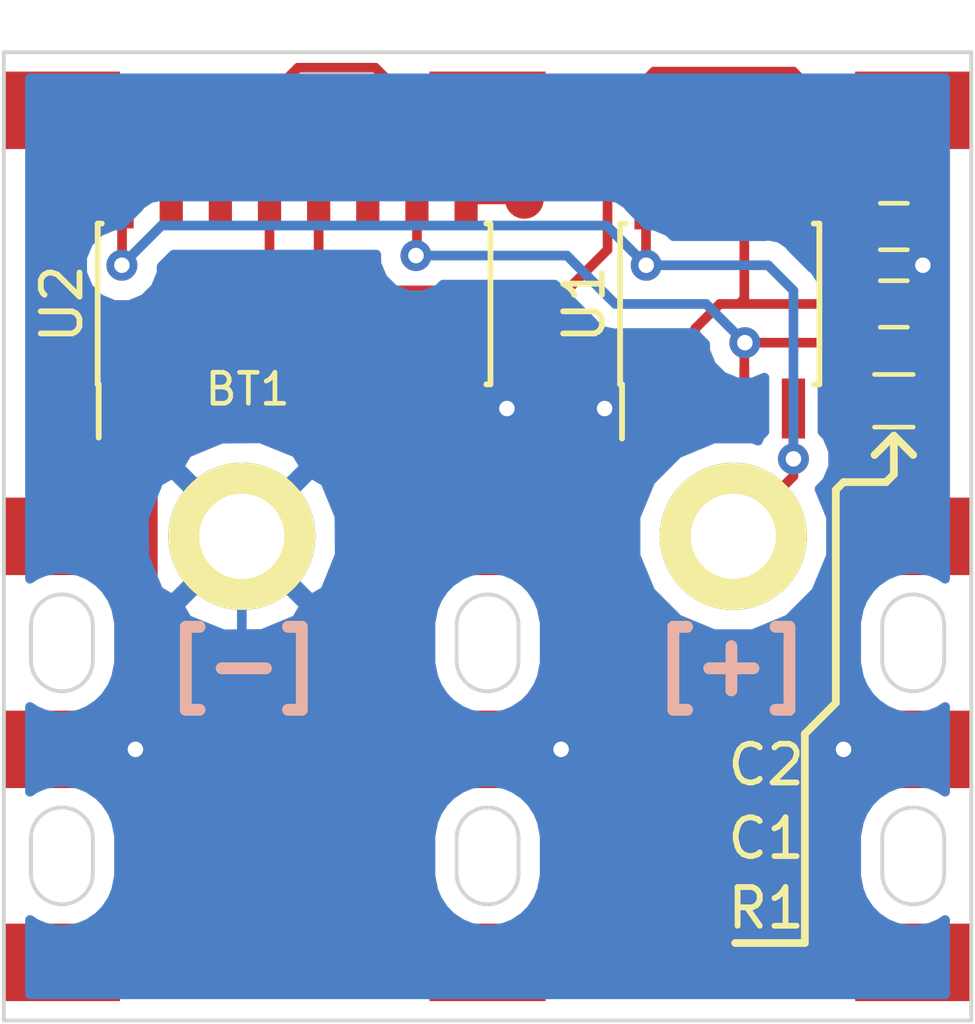
<source format=kicad_pcb>
(kicad_pcb (version 20171130) (host pcbnew 5.0.0-fee4fd1~66~ubuntu16.04.1)

  (general
    (thickness 1.6)
    (drawings 42)
    (tracks 135)
    (zones 0)
    (modules 23)
    (nets 20)
  )

  (page A4)
  (layers
    (0 F.Cu signal)
    (31 B.Cu signal)
    (32 B.Adhes user)
    (33 F.Adhes user)
    (34 B.Paste user)
    (35 F.Paste user)
    (36 B.SilkS user)
    (37 F.SilkS user)
    (38 B.Mask user)
    (39 F.Mask user)
    (40 Dwgs.User user)
    (41 Cmts.User user)
    (42 Eco1.User user)
    (43 Eco2.User user)
    (44 Edge.Cuts user)
    (45 Margin user)
    (46 B.CrtYd user)
    (47 F.CrtYd user)
    (48 B.Fab user hide)
    (49 F.Fab user hide)
  )

  (setup
    (last_trace_width 0.25)
    (trace_clearance 0.2)
    (zone_clearance 0.508)
    (zone_45_only yes)
    (trace_min 0.2)
    (segment_width 0.2)
    (edge_width 0.1)
    (via_size 0.8)
    (via_drill 0.4)
    (via_min_size 0.4)
    (via_min_drill 0.3)
    (uvia_size 0.3)
    (uvia_drill 0.1)
    (uvias_allowed no)
    (uvia_min_size 0.2)
    (uvia_min_drill 0.1)
    (pcb_text_width 0.3)
    (pcb_text_size 1.5 1.5)
    (mod_edge_width 0.15)
    (mod_text_size 1 1)
    (mod_text_width 0.15)
    (pad_size 1.524 1.524)
    (pad_drill 0.762)
    (pad_to_mask_clearance 0.2)
    (aux_axis_origin 0 0)
    (visible_elements FFFFFF7F)
    (pcbplotparams
      (layerselection 0x010f0_ffffffff)
      (usegerberextensions false)
      (usegerberattributes false)
      (usegerberadvancedattributes false)
      (creategerberjobfile false)
      (excludeedgelayer true)
      (linewidth 0.500000)
      (plotframeref false)
      (viasonmask false)
      (mode 1)
      (useauxorigin false)
      (hpglpennumber 1)
      (hpglpenspeed 20)
      (hpglpendiameter 15.000000)
      (psnegative false)
      (psa4output false)
      (plotreference true)
      (plotvalue true)
      (plotinvisibletext false)
      (padsonsilk false)
      (subtractmaskfromsilk false)
      (outputformat 1)
      (mirror false)
      (drillshape 0)
      (scaleselection 1)
      (outputdirectory "gerber/"))
  )

  (net 0 "")
  (net 1 "Net-(J1-Pad1)")
  (net 2 /9V)
  (net 3 /GND)
  (net 4 /TR)
  (net 5 /CV)
  (net 6 /Q0)
  (net 7 /Q3)
  (net 8 /RST)
  (net 9 /Q4)
  (net 10 /Q5)
  (net 11 /Q6)
  (net 12 /Q7)
  (net 13 /Q8)
  (net 14 /Q9)
  (net 15 /Q10)
  (net 16 /Q11)
  (net 17 /Q12)
  (net 18 /Q13)
  (net 19 /OUT)

  (net_class Default "This is the default net class."
    (clearance 0.2)
    (trace_width 0.25)
    (via_dia 0.8)
    (via_drill 0.4)
    (uvia_dia 0.3)
    (uvia_drill 0.1)
    (add_net /9V)
    (add_net /CV)
    (add_net /GND)
    (add_net /OUT)
    (add_net /Q0)
    (add_net /Q10)
    (add_net /Q11)
    (add_net /Q12)
    (add_net /Q13)
    (add_net /Q3)
    (add_net /Q4)
    (add_net /Q5)
    (add_net /Q6)
    (add_net /Q7)
    (add_net /Q8)
    (add_net /Q9)
    (add_net /RST)
    (add_net /TR)
    (add_net "Net-(J1-Pad1)")
  )

  (module 1sqinch555_fp:9V_clip_968 (layer F.Cu) (tedit 5B70468C) (tstamp 5B7A1A0E)
    (at 50 50)
    (path /5B6F3373)
    (fp_text reference BT1 (at -6.2 -3.8) (layer F.SilkS)
      (effects (font (size 0.8 0.8) (thickness 0.12)))
    )
    (fp_text value 9V (at -6.4 -2.6) (layer F.Fab)
      (effects (font (size 0.8 0.8) (thickness 0.12)))
    )
    (fp_circle (center -6.35 0) (end -8.255 0) (layer F.CrtYd) (width 0.1))
    (fp_circle (center 6.35 0) (end 4.445 0) (layer F.CrtYd) (width 0.1))
    (fp_text user [+] (at 3.3 0) (layer F.Fab)
      (effects (font (size 1 1) (thickness 0.1)))
    )
    (fp_text user [-] (at -3.3 0) (layer F.Fab)
      (effects (font (size 1 1) (thickness 0.1)))
    )
    (pad 2 thru_hole circle (at -6.35 0) (size 3.8 3.8) (drill 2.2) (layers *.Cu *.Mask F.SilkS)
      (net 3 /GND))
    (pad 1 thru_hole circle (at 6.35 0) (size 3.8 3.8) (drill 2.2) (layers *.Cu *.Mask F.SilkS)
      (net 2 /9V))
    (model ${KIPRJMOD}/3d_modules/batt_9V_cp.wrl
      (at (xyz 0 0 0))
      (scale (xyz 1 1 1))
      (rotate (xyz 0 0 90))
    )
  )

  (module 1sqinch555_fp:C_0603 (layer F.Cu) (tedit 5B7031C9) (tstamp 5B9A7845)
    (at 60.5 44)
    (descr "Capacitor SMD 0603, reflow soldering, AVX (see smccp.pdf)")
    (tags "capacitor 0603")
    (path /5B6F30FA)
    (attr smd)
    (fp_text reference C1 (at -3.3 13.8) (layer F.SilkS)
      (effects (font (size 1 1) (thickness 0.15)))
    )
    (fp_text value 10uF (at 0 1.5) (layer F.Fab)
      (effects (font (size 1 1) (thickness 0.15)))
    )
    (fp_line (start 1.4 0.65) (end -1.4 0.65) (layer F.CrtYd) (width 0.05))
    (fp_line (start 1.4 0.65) (end 1.4 -0.65) (layer F.CrtYd) (width 0.05))
    (fp_line (start -1.4 -0.65) (end -1.4 0.65) (layer F.CrtYd) (width 0.05))
    (fp_line (start -1.4 -0.65) (end 1.4 -0.65) (layer F.CrtYd) (width 0.05))
    (fp_line (start 0.35 0.6) (end -0.35 0.6) (layer F.SilkS) (width 0.12))
    (fp_line (start -0.35 -0.6) (end 0.35 -0.6) (layer F.SilkS) (width 0.12))
    (fp_line (start -0.8 -0.4) (end 0.8 -0.4) (layer F.Fab) (width 0.1))
    (fp_line (start 0.8 -0.4) (end 0.8 0.4) (layer F.Fab) (width 0.1))
    (fp_line (start 0.8 0.4) (end -0.8 0.4) (layer F.Fab) (width 0.1))
    (fp_line (start -0.8 0.4) (end -0.8 -0.4) (layer F.Fab) (width 0.1))
    (fp_text user %R (at 0 0) (layer F.Fab)
      (effects (font (size 0.3 0.3) (thickness 0.075)))
    )
    (pad 2 smd rect (at 0.75 0) (size 0.8 0.75) (layers F.Cu F.Paste F.Mask)
      (net 3 /GND))
    (pad 1 smd rect (at -0.75 0) (size 0.8 0.75) (layers F.Cu F.Paste F.Mask)
      (net 4 /TR))
    (model ${KIPRJMOD}/3d_modules/C_0603_1608Metric.wrl
      (at (xyz 0 0 0))
      (scale (xyz 1 1 1))
      (rotate (xyz 0 0 0))
    )
  )

  (module 1sqinch555_fp:C_0603 (layer F.Cu) (tedit 5B7031C9) (tstamp 5B7A1A2B)
    (at 60.5 42)
    (descr "Capacitor SMD 0603, reflow soldering, AVX (see smccp.pdf)")
    (tags "capacitor 0603")
    (path /5B6F30A4)
    (attr smd)
    (fp_text reference C2 (at -3.3 13.9) (layer F.SilkS)
      (effects (font (size 1 1) (thickness 0.15)))
    )
    (fp_text value 10nF (at 0 1.5) (layer F.Fab)
      (effects (font (size 1 1) (thickness 0.15)))
    )
    (fp_line (start 1.4 0.65) (end -1.4 0.65) (layer F.CrtYd) (width 0.05))
    (fp_line (start 1.4 0.65) (end 1.4 -0.65) (layer F.CrtYd) (width 0.05))
    (fp_line (start -1.4 -0.65) (end -1.4 0.65) (layer F.CrtYd) (width 0.05))
    (fp_line (start -1.4 -0.65) (end 1.4 -0.65) (layer F.CrtYd) (width 0.05))
    (fp_line (start 0.35 0.6) (end -0.35 0.6) (layer F.SilkS) (width 0.12))
    (fp_line (start -0.35 -0.6) (end 0.35 -0.6) (layer F.SilkS) (width 0.12))
    (fp_line (start -0.8 -0.4) (end 0.8 -0.4) (layer F.Fab) (width 0.1))
    (fp_line (start 0.8 -0.4) (end 0.8 0.4) (layer F.Fab) (width 0.1))
    (fp_line (start 0.8 0.4) (end -0.8 0.4) (layer F.Fab) (width 0.1))
    (fp_line (start -0.8 0.4) (end -0.8 -0.4) (layer F.Fab) (width 0.1))
    (fp_text user %R (at 0 0) (layer F.Fab)
      (effects (font (size 0.3 0.3) (thickness 0.075)))
    )
    (pad 2 smd rect (at 0.75 0) (size 0.8 0.75) (layers F.Cu F.Paste F.Mask)
      (net 3 /GND))
    (pad 1 smd rect (at -0.75 0) (size 0.8 0.75) (layers F.Cu F.Paste F.Mask)
      (net 5 /CV))
    (model ${KIPRJMOD}/3d_modules/C_0603_1608Metric.wrl
      (at (xyz 0 0 0))
      (scale (xyz 1 1 1))
      (rotate (xyz 0 0 0))
    )
  )

  (module 1sqinch555_fp:R_0603 (layer F.Cu) (tedit 5B703261) (tstamp 5B7A1D72)
    (at 60.5 46.5)
    (descr "Resistor SMD 0603, reflow soldering, Vishay (see dcrcw.pdf)")
    (tags "resistor 0603")
    (path /5B6F31A5)
    (attr smd)
    (fp_text reference R1 (at -3.3 13.1) (layer F.SilkS)
      (effects (font (size 1 1) (thickness 0.15)))
    )
    (fp_text value 33k (at 0 1.5) (layer F.Fab)
      (effects (font (size 1 1) (thickness 0.15)))
    )
    (fp_text user %R (at 0 -0.6) (layer F.Fab)
      (effects (font (size 0.4 0.4) (thickness 0.075)))
    )
    (fp_line (start -0.8 0.4) (end -0.8 -0.4) (layer F.Fab) (width 0.1))
    (fp_line (start 0.8 0.4) (end -0.8 0.4) (layer F.Fab) (width 0.1))
    (fp_line (start 0.8 -0.4) (end 0.8 0.4) (layer F.Fab) (width 0.1))
    (fp_line (start -0.8 -0.4) (end 0.8 -0.4) (layer F.Fab) (width 0.1))
    (fp_line (start 0.5 0.68) (end -0.5 0.68) (layer F.SilkS) (width 0.12))
    (fp_line (start -0.5 -0.68) (end 0.5 -0.68) (layer F.SilkS) (width 0.12))
    (fp_line (start -1.25 -0.7) (end 1.25 -0.7) (layer F.CrtYd) (width 0.05))
    (fp_line (start -1.25 -0.7) (end -1.25 0.7) (layer F.CrtYd) (width 0.05))
    (fp_line (start 1.25 0.7) (end 1.25 -0.7) (layer F.CrtYd) (width 0.05))
    (fp_line (start 1.25 0.7) (end -1.25 0.7) (layer F.CrtYd) (width 0.05))
    (pad 1 smd rect (at -0.75 0) (size 0.5 0.9) (layers F.Cu F.Paste F.Mask)
      (net 19 /OUT))
    (pad 2 smd rect (at 0.75 0) (size 0.5 0.9) (layers F.Cu F.Paste F.Mask)
      (net 4 /TR))
    (model ${KIPRJMOD}/3d_modules/R_0603_1608Metric.wrl
      (at (xyz 0 0 0))
      (scale (xyz 1 1 1))
      (rotate (xyz 0 0 0))
    )
  )

  (module 1sqinch555_fp:SOIC-8_3.9x4.9mm_Pitch1.27mm (layer F.Cu) (tedit 5B703274) (tstamp 5B7A1D82)
    (at 56 44 90)
    (descr "8-Lead Plastic Small Outline (SN) - Narrow, 3.90 mm Body [SOIC] (see Microchip Packaging Specification 00000049BS.pdf)")
    (tags "SOIC 1.27")
    (path /5B6F2FD7)
    (attr smd)
    (fp_text reference U1 (at 0 -3.5 90) (layer F.SilkS)
      (effects (font (size 1 1) (thickness 0.15)))
    )
    (fp_text value LM555 (at 0 0 180) (layer F.Fab)
      (effects (font (size 1 1) (thickness 0.15)))
    )
    (fp_text user %R (at 0 0 90) (layer F.Fab)
      (effects (font (size 1 1) (thickness 0.15)))
    )
    (fp_line (start -0.95 -2.45) (end 1.95 -2.45) (layer F.Fab) (width 0.1))
    (fp_line (start 1.95 -2.45) (end 1.95 2.45) (layer F.Fab) (width 0.1))
    (fp_line (start 1.95 2.45) (end -1.95 2.45) (layer F.Fab) (width 0.1))
    (fp_line (start -1.95 2.45) (end -1.95 -1.45) (layer F.Fab) (width 0.1))
    (fp_line (start -1.95 -1.45) (end -0.95 -2.45) (layer F.Fab) (width 0.1))
    (fp_line (start -3.73 -2.7) (end -3.73 2.7) (layer F.CrtYd) (width 0.05))
    (fp_line (start 3.73 -2.7) (end 3.73 2.7) (layer F.CrtYd) (width 0.05))
    (fp_line (start -3.73 -2.7) (end 3.73 -2.7) (layer F.CrtYd) (width 0.05))
    (fp_line (start -3.73 2.7) (end 3.73 2.7) (layer F.CrtYd) (width 0.05))
    (fp_line (start -2.075 -2.575) (end -2.075 -2.525) (layer F.SilkS) (width 0.15))
    (fp_line (start 2.075 -2.575) (end 2.075 -2.43) (layer F.SilkS) (width 0.15))
    (fp_line (start 2.075 2.575) (end 2.075 2.43) (layer F.SilkS) (width 0.15))
    (fp_line (start -2.075 2.575) (end -2.075 2.43) (layer F.SilkS) (width 0.15))
    (fp_line (start -2.075 -2.575) (end 2.075 -2.575) (layer F.SilkS) (width 0.15))
    (fp_line (start -2.075 2.575) (end 2.075 2.575) (layer F.SilkS) (width 0.15))
    (fp_line (start -2.075 -2.525) (end -3.475 -2.525) (layer F.SilkS) (width 0.15))
    (pad 1 smd rect (at -2.7 -1.905 90) (size 1.55 0.6) (layers F.Cu F.Paste F.Mask)
      (net 3 /GND))
    (pad 2 smd rect (at -2.7 -0.635 90) (size 1.55 0.6) (layers F.Cu F.Paste F.Mask)
      (net 4 /TR))
    (pad 3 smd rect (at -2.7 0.635 90) (size 1.55 0.6) (layers F.Cu F.Paste F.Mask)
      (net 19 /OUT))
    (pad 4 smd rect (at -2.7 1.905 90) (size 1.55 0.6) (layers F.Cu F.Paste F.Mask)
      (net 2 /9V))
    (pad 5 smd rect (at 2.7 1.905 90) (size 1.55 0.6) (layers F.Cu F.Paste F.Mask)
      (net 5 /CV))
    (pad 6 smd rect (at 2.7 0.635 90) (size 1.55 0.6) (layers F.Cu F.Paste F.Mask)
      (net 4 /TR))
    (pad 7 smd rect (at 2.7 -0.635 90) (size 1.55 0.6) (layers F.Cu F.Paste F.Mask)
      (net 1 "Net-(J1-Pad1)"))
    (pad 8 smd rect (at 2.7 -1.905 90) (size 1.55 0.6) (layers F.Cu F.Paste F.Mask)
      (net 2 /9V))
    (model ${KISYS3DMOD}/Housings_SOIC.3dshapes/SOIC-8_3.9x4.9mm_Pitch1.27mm.wrl
      (at (xyz 0 0 0))
      (scale (xyz 1 1 1))
      (rotate (xyz 0 0 0))
    )
    (model ${KIPRJMOD}/3d_modules/SOIC-8_3.9x4.9mm_P1.27mm.wrl
      (at (xyz 0 0 0))
      (scale (xyz 1 1 1))
      (rotate (xyz 0 0 0))
    )
  )

  (module 1sqinch555_fp:SOIC-16_3.9x9.9mm_Pitch1.27mm (layer F.Cu) (tedit 5B70328C) (tstamp 5B7A1D9E)
    (at 45 44 90)
    (descr "16-Lead Plastic Small Outline (SL) - Narrow, 3.90 mm Body [SOIC] (see Microchip Packaging Specification 00000049BS.pdf)")
    (tags "SOIC 1.27")
    (path /5B6F2F31)
    (attr smd)
    (fp_text reference U2 (at 0 -6 90) (layer F.SilkS)
      (effects (font (size 1 1) (thickness 0.15)))
    )
    (fp_text value 4020 (at 0 0 180) (layer F.Fab)
      (effects (font (size 1 1) (thickness 0.15)))
    )
    (fp_text user %R (at 0 0 90) (layer F.Fab)
      (effects (font (size 0.9 0.9) (thickness 0.135)))
    )
    (fp_line (start -0.95 -4.95) (end 1.95 -4.95) (layer F.Fab) (width 0.15))
    (fp_line (start 1.95 -4.95) (end 1.95 4.95) (layer F.Fab) (width 0.15))
    (fp_line (start 1.95 4.95) (end -1.95 4.95) (layer F.Fab) (width 0.15))
    (fp_line (start -1.95 4.95) (end -1.95 -3.95) (layer F.Fab) (width 0.15))
    (fp_line (start -1.95 -3.95) (end -0.95 -4.95) (layer F.Fab) (width 0.15))
    (fp_line (start -3.7 -5.25) (end -3.7 5.25) (layer F.CrtYd) (width 0.05))
    (fp_line (start 3.7 -5.25) (end 3.7 5.25) (layer F.CrtYd) (width 0.05))
    (fp_line (start -3.7 -5.25) (end 3.7 -5.25) (layer F.CrtYd) (width 0.05))
    (fp_line (start -3.7 5.25) (end 3.7 5.25) (layer F.CrtYd) (width 0.05))
    (fp_line (start -2.075 -5.075) (end -2.075 -5.05) (layer F.SilkS) (width 0.15))
    (fp_line (start 2.075 -5.075) (end 2.075 -4.97) (layer F.SilkS) (width 0.15))
    (fp_line (start 2.075 5.075) (end 2.075 4.97) (layer F.SilkS) (width 0.15))
    (fp_line (start -2.075 5.075) (end -2.075 4.97) (layer F.SilkS) (width 0.15))
    (fp_line (start -2.075 -5.075) (end 2.075 -5.075) (layer F.SilkS) (width 0.15))
    (fp_line (start -2.075 5.075) (end 2.075 5.075) (layer F.SilkS) (width 0.15))
    (fp_line (start -2.075 -5.05) (end -3.45 -5.05) (layer F.SilkS) (width 0.15))
    (pad 1 smd rect (at -2.7 -4.445 90) (size 1.5 0.6) (layers F.Cu F.Paste F.Mask)
      (net 16 /Q11))
    (pad 2 smd rect (at -2.7 -3.175 90) (size 1.5 0.6) (layers F.Cu F.Paste F.Mask)
      (net 17 /Q12))
    (pad 3 smd rect (at -2.7 -1.905 90) (size 1.5 0.6) (layers F.Cu F.Paste F.Mask)
      (net 18 /Q13))
    (pad 4 smd rect (at -2.7 -0.635 90) (size 1.5 0.6) (layers F.Cu F.Paste F.Mask)
      (net 10 /Q5))
    (pad 5 smd rect (at -2.7 0.635 90) (size 1.5 0.6) (layers F.Cu F.Paste F.Mask)
      (net 9 /Q4))
    (pad 6 smd rect (at -2.7 1.905 90) (size 1.5 0.6) (layers F.Cu F.Paste F.Mask)
      (net 11 /Q6))
    (pad 7 smd rect (at -2.7 3.175 90) (size 1.5 0.6) (layers F.Cu F.Paste F.Mask)
      (net 7 /Q3))
    (pad 8 smd rect (at -2.7 4.445 90) (size 1.5 0.6) (layers F.Cu F.Paste F.Mask)
      (net 3 /GND))
    (pad 9 smd rect (at 2.7 4.445 90) (size 1.5 0.6) (layers F.Cu F.Paste F.Mask)
      (net 6 /Q0))
    (pad 10 smd rect (at 2.7 3.175 90) (size 1.5 0.6) (layers F.Cu F.Paste F.Mask)
      (net 19 /OUT))
    (pad 11 smd rect (at 2.7 1.905 90) (size 1.5 0.6) (layers F.Cu F.Paste F.Mask)
      (net 8 /RST))
    (pad 12 smd rect (at 2.7 0.635 90) (size 1.5 0.6) (layers F.Cu F.Paste F.Mask)
      (net 13 /Q8))
    (pad 13 smd rect (at 2.7 -0.635 90) (size 1.5 0.6) (layers F.Cu F.Paste F.Mask)
      (net 12 /Q7))
    (pad 14 smd rect (at 2.7 -1.905 90) (size 1.5 0.6) (layers F.Cu F.Paste F.Mask)
      (net 14 /Q9))
    (pad 15 smd rect (at 2.7 -3.175 90) (size 1.5 0.6) (layers F.Cu F.Paste F.Mask)
      (net 15 /Q10))
    (pad 16 smd rect (at 2.7 -4.445 90) (size 1.5 0.6) (layers F.Cu F.Paste F.Mask)
      (net 2 /9V))
    (model ${KISYS3DMOD}/Housings_SOIC.3dshapes/SOIC-16_3.9x9.9mm_Pitch1.27mm.wrl
      (at (xyz 0 0 0))
      (scale (xyz 1 1 1))
      (rotate (xyz 0 0 0))
    )
    (model ${KIPRJMOD}/3d_modules/SOIC-16_3.9x9.9mm_P1.27mm.wrl
      (at (xyz 0 0 0))
      (scale (xyz 1 1 1))
      (rotate (xyz 0 0 0))
    )
  )

  (module 1sqinch555_fp:pad_smd_1mm (layer F.Cu) (tedit 5B6FED83) (tstamp 5B90ADF0)
    (at 55.35 39.4)
    (descr "SMD rectangular pad as test Point, square 2.0mm side length")
    (tags "test point SMD pad rectangle square")
    (path /5B6F4204)
    (attr virtual)
    (fp_text reference J1 (at 0 -1.998) (layer F.SilkS) hide
      (effects (font (size 1 1) (thickness 0.15)))
    )
    (fp_text value Conn_01x01 (at 0 2.05) (layer F.Fab)
      (effects (font (size 1 1) (thickness 0.15)))
    )
    (fp_circle (center 0 0) (end 0.5 0) (layer F.CrtYd) (width 0.1))
    (fp_text user %R (at 0 -2) (layer F.Fab)
      (effects (font (size 1 1) (thickness 0.15)))
    )
    (pad 1 smd circle (at 0 0) (size 1 1) (layers F.Cu F.Mask)
      (net 1 "Net-(J1-Pad1)"))
  )

  (module 1sqinch555_fp:pad_smd_1mm (layer F.Cu) (tedit 5B6FED83) (tstamp 5B90ADF5)
    (at 50.95 41.3)
    (descr "SMD rectangular pad as test Point, square 2.0mm side length")
    (tags "test point SMD pad rectangle square")
    (path /5B6F4337)
    (attr virtual)
    (fp_text reference J2 (at 0 -1.998) (layer F.SilkS) hide
      (effects (font (size 1 1) (thickness 0.15)))
    )
    (fp_text value Conn_01x01 (at 0 2.05) (layer F.Fab)
      (effects (font (size 1 1) (thickness 0.15)))
    )
    (fp_circle (center 0 0) (end 0.5 0) (layer F.CrtYd) (width 0.1))
    (fp_text user %R (at 0 -2) (layer F.Fab)
      (effects (font (size 1 1) (thickness 0.15)))
    )
    (pad 1 smd circle (at 0 0) (size 1 1) (layers F.Cu F.Mask)
      (net 6 /Q0))
  )

  (module 1sqinch555_fp:pad_smd_1mm (layer F.Cu) (tedit 5B6FED83) (tstamp 5B90AEC4)
    (at 48.15 48.35)
    (descr "SMD rectangular pad as test Point, square 2.0mm side length")
    (tags "test point SMD pad rectangle square")
    (path /5B6F43A9)
    (attr virtual)
    (fp_text reference J3 (at 0 -1.998) (layer F.SilkS) hide
      (effects (font (size 1 1) (thickness 0.15)))
    )
    (fp_text value Conn_01x01 (at 0 2.05) (layer F.Fab)
      (effects (font (size 1 1) (thickness 0.15)))
    )
    (fp_circle (center 0 0) (end 0.5 0) (layer F.CrtYd) (width 0.1))
    (fp_text user %R (at 0 -2) (layer F.Fab)
      (effects (font (size 1 1) (thickness 0.15)))
    )
    (pad 1 smd circle (at 0 0) (size 1 1) (layers F.Cu F.Mask)
      (net 7 /Q3))
  )

  (module 1sqinch555_fp:pad_smd_1mm (layer F.Cu) (tedit 5B6FED83) (tstamp 5B90ADFF)
    (at 46.9 39.55)
    (descr "SMD rectangular pad as test Point, square 2.0mm side length")
    (tags "test point SMD pad rectangle square")
    (path /5B6F42BB)
    (attr virtual)
    (fp_text reference J4 (at 0 -1.998) (layer F.SilkS) hide
      (effects (font (size 1 1) (thickness 0.15)))
    )
    (fp_text value Conn_01x01 (at 0 2.05) (layer F.Fab)
      (effects (font (size 1 1) (thickness 0.15)))
    )
    (fp_circle (center 0 0) (end 0.5 0) (layer F.CrtYd) (width 0.1))
    (fp_text user %R (at 0 -2) (layer F.Fab)
      (effects (font (size 1 1) (thickness 0.15)))
    )
    (pad 1 smd circle (at 0 0) (size 1 1) (layers F.Cu F.Mask)
      (net 8 /RST))
  )

  (module 1sqinch555_fp:pad_smd_1mm (layer F.Cu) (tedit 5B6FED83) (tstamp 5B90AE04)
    (at 46.55 51.1)
    (descr "SMD rectangular pad as test Point, square 2.0mm side length")
    (tags "test point SMD pad rectangle square")
    (path /5B6F43F9)
    (attr virtual)
    (fp_text reference J5 (at 0 -1.998) (layer F.SilkS) hide
      (effects (font (size 1 1) (thickness 0.15)))
    )
    (fp_text value Conn_01x01 (at 0 2.05) (layer F.Fab)
      (effects (font (size 1 1) (thickness 0.15)))
    )
    (fp_circle (center 0 0) (end 0.5 0) (layer F.CrtYd) (width 0.1))
    (fp_text user %R (at 0 -2) (layer F.Fab)
      (effects (font (size 1 1) (thickness 0.15)))
    )
    (pad 1 smd circle (at 0 0) (size 1 1) (layers F.Cu F.Mask)
      (net 9 /Q4))
  )

  (module 1sqinch555_fp:pad_3x2mm_smd (layer F.Cu) (tedit 5B6FED76) (tstamp 5B9A5FDD)
    (at 61 61)
    (descr "SMD rectangular pad as test Point, square 2.0mm side length")
    (tags "test point SMD pad rectangle square")
    (path /5B71FCAC)
    (attr virtual)
    (fp_text reference J6 (at 0 -1.998) (layer F.SilkS) hide
      (effects (font (size 1 1) (thickness 0.15)))
    )
    (fp_text value Conn_01x01 (at 0 2.05) (layer F.Fab)
      (effects (font (size 1 1) (thickness 0.15)))
    )
    (fp_line (start -1.5 1) (end -1.5 -1) (layer F.CrtYd) (width 0.1))
    (fp_line (start 1.5 1) (end -1.5 1) (layer F.CrtYd) (width 0.1))
    (fp_line (start 1.5 -1) (end 1.5 1) (layer F.CrtYd) (width 0.1))
    (fp_line (start -1.5 -1) (end 1.5 -1) (layer F.CrtYd) (width 0.1))
    (fp_text user %R (at 0 -2) (layer F.Fab)
      (effects (font (size 1 1) (thickness 0.15)))
    )
    (pad 1 smd rect (at 0 0) (size 3 2) (layers F.Cu F.Mask)
      (net 10 /Q5))
  )

  (module 1sqinch555_fp:pad_3x2mm_smd (layer F.Cu) (tedit 5B6FED76) (tstamp 5B9A5FE2)
    (at 50 50)
    (descr "SMD rectangular pad as test Point, square 2.0mm side length")
    (tags "test point SMD pad rectangle square")
    (path /5B71FD3E)
    (attr virtual)
    (fp_text reference J8 (at 0 -1.998) (layer F.SilkS) hide
      (effects (font (size 1 1) (thickness 0.15)))
    )
    (fp_text value Conn_01x01 (at 0 2.05) (layer F.Fab)
      (effects (font (size 1 1) (thickness 0.15)))
    )
    (fp_line (start -1.5 1) (end -1.5 -1) (layer F.CrtYd) (width 0.1))
    (fp_line (start 1.5 1) (end -1.5 1) (layer F.CrtYd) (width 0.1))
    (fp_line (start 1.5 -1) (end 1.5 1) (layer F.CrtYd) (width 0.1))
    (fp_line (start -1.5 -1) (end 1.5 -1) (layer F.CrtYd) (width 0.1))
    (fp_text user %R (at 0 -2) (layer F.Fab)
      (effects (font (size 1 1) (thickness 0.15)))
    )
    (pad 1 smd rect (at 0 0) (size 3 2) (layers F.Cu F.Mask)
      (net 11 /Q6))
  )

  (module 1sqinch555_fp:pad_3x2mm_smd (layer F.Cu) (tedit 5B6FED76) (tstamp 5B9A5FE7)
    (at 39 50)
    (descr "SMD rectangular pad as test Point, square 2.0mm side length")
    (tags "test point SMD pad rectangle square")
    (path /5B71FDAA)
    (attr virtual)
    (fp_text reference J10 (at 0 -1.998) (layer F.SilkS) hide
      (effects (font (size 1 1) (thickness 0.15)))
    )
    (fp_text value Conn_01x01 (at 0 2.05) (layer F.Fab)
      (effects (font (size 1 1) (thickness 0.15)))
    )
    (fp_line (start -1.5 1) (end -1.5 -1) (layer F.CrtYd) (width 0.1))
    (fp_line (start 1.5 1) (end -1.5 1) (layer F.CrtYd) (width 0.1))
    (fp_line (start 1.5 -1) (end 1.5 1) (layer F.CrtYd) (width 0.1))
    (fp_line (start -1.5 -1) (end 1.5 -1) (layer F.CrtYd) (width 0.1))
    (fp_text user %R (at 0 -2) (layer F.Fab)
      (effects (font (size 1 1) (thickness 0.15)))
    )
    (pad 1 smd rect (at 0 0) (size 3 2) (layers F.Cu F.Mask)
      (net 12 /Q7))
  )

  (module 1sqinch555_fp:pad_3x2mm_smd (layer F.Cu) (tedit 5B6FED76) (tstamp 5B9A5FEC)
    (at 61 39)
    (descr "SMD rectangular pad as test Point, square 2.0mm side length")
    (tags "test point SMD pad rectangle square")
    (path /5B71FE18)
    (attr virtual)
    (fp_text reference J12 (at 0 -1.998) (layer F.SilkS) hide
      (effects (font (size 1 1) (thickness 0.15)))
    )
    (fp_text value Conn_01x01 (at 0 2.05) (layer F.Fab)
      (effects (font (size 1 1) (thickness 0.15)))
    )
    (fp_line (start -1.5 1) (end -1.5 -1) (layer F.CrtYd) (width 0.1))
    (fp_line (start 1.5 1) (end -1.5 1) (layer F.CrtYd) (width 0.1))
    (fp_line (start 1.5 -1) (end 1.5 1) (layer F.CrtYd) (width 0.1))
    (fp_line (start -1.5 -1) (end 1.5 -1) (layer F.CrtYd) (width 0.1))
    (fp_text user %R (at 0 -2) (layer F.Fab)
      (effects (font (size 1 1) (thickness 0.15)))
    )
    (pad 1 smd rect (at 0 0) (size 3 2) (layers F.Cu F.Mask)
      (net 13 /Q8))
  )

  (module 1sqinch555_fp:pad_3x2mm_smd (layer F.Cu) (tedit 5B6FED76) (tstamp 5B9A5FF1)
    (at 50 39)
    (descr "SMD rectangular pad as test Point, square 2.0mm side length")
    (tags "test point SMD pad rectangle square")
    (path /5B71FE88)
    (attr virtual)
    (fp_text reference J14 (at 0 -1.998) (layer F.SilkS) hide
      (effects (font (size 1 1) (thickness 0.15)))
    )
    (fp_text value Conn_01x01 (at 0 2.05) (layer F.Fab)
      (effects (font (size 1 1) (thickness 0.15)))
    )
    (fp_line (start -1.5 1) (end -1.5 -1) (layer F.CrtYd) (width 0.1))
    (fp_line (start 1.5 1) (end -1.5 1) (layer F.CrtYd) (width 0.1))
    (fp_line (start 1.5 -1) (end 1.5 1) (layer F.CrtYd) (width 0.1))
    (fp_line (start -1.5 -1) (end 1.5 -1) (layer F.CrtYd) (width 0.1))
    (fp_text user %R (at 0 -2) (layer F.Fab)
      (effects (font (size 1 1) (thickness 0.15)))
    )
    (pad 1 smd rect (at 0 0) (size 3 2) (layers F.Cu F.Mask)
      (net 14 /Q9))
  )

  (module 1sqinch555_fp:pad_3x2mm_smd (layer F.Cu) (tedit 5B6FED76) (tstamp 5B9A5FF6)
    (at 39 39)
    (descr "SMD rectangular pad as test Point, square 2.0mm side length")
    (tags "test point SMD pad rectangle square")
    (path /5B71FF7F)
    (attr virtual)
    (fp_text reference J16 (at 0 -1.998) (layer F.SilkS) hide
      (effects (font (size 1 1) (thickness 0.15)))
    )
    (fp_text value Conn_01x01 (at 0 2.05) (layer F.Fab)
      (effects (font (size 1 1) (thickness 0.15)))
    )
    (fp_line (start -1.5 1) (end -1.5 -1) (layer F.CrtYd) (width 0.1))
    (fp_line (start 1.5 1) (end -1.5 1) (layer F.CrtYd) (width 0.1))
    (fp_line (start 1.5 -1) (end 1.5 1) (layer F.CrtYd) (width 0.1))
    (fp_line (start -1.5 -1) (end 1.5 -1) (layer F.CrtYd) (width 0.1))
    (fp_text user %R (at 0 -2) (layer F.Fab)
      (effects (font (size 1 1) (thickness 0.15)))
    )
    (pad 1 smd rect (at 0 0) (size 3 2) (layers F.Cu F.Mask)
      (net 15 /Q10))
  )

  (module 1sqinch555_fp:pad_3x2mm_smd (layer F.Cu) (tedit 5B6FED76) (tstamp 5B9A5FFB)
    (at 39 61)
    (descr "SMD rectangular pad as test Point, square 2.0mm side length")
    (tags "test point SMD pad rectangle square")
    (path /5B71FFF3)
    (attr virtual)
    (fp_text reference J18 (at 0 -1.998) (layer F.SilkS) hide
      (effects (font (size 1 1) (thickness 0.15)))
    )
    (fp_text value Conn_01x01 (at 0 2.05) (layer F.Fab)
      (effects (font (size 1 1) (thickness 0.15)))
    )
    (fp_line (start -1.5 1) (end -1.5 -1) (layer F.CrtYd) (width 0.1))
    (fp_line (start 1.5 1) (end -1.5 1) (layer F.CrtYd) (width 0.1))
    (fp_line (start 1.5 -1) (end 1.5 1) (layer F.CrtYd) (width 0.1))
    (fp_line (start -1.5 -1) (end 1.5 -1) (layer F.CrtYd) (width 0.1))
    (fp_text user %R (at 0 -2) (layer F.Fab)
      (effects (font (size 1 1) (thickness 0.15)))
    )
    (pad 1 smd rect (at 0 0) (size 3 2) (layers F.Cu F.Mask)
      (net 16 /Q11))
  )

  (module 1sqinch555_fp:pad_3x2mm_smd (layer F.Cu) (tedit 5B6FED76) (tstamp 5B9A6000)
    (at 50 61)
    (descr "SMD rectangular pad as test Point, square 2.0mm side length")
    (tags "test point SMD pad rectangle square")
    (path /5B720069)
    (attr virtual)
    (fp_text reference J20 (at 0 -1.998) (layer F.SilkS) hide
      (effects (font (size 1 1) (thickness 0.15)))
    )
    (fp_text value Conn_01x01 (at 0 2.05) (layer F.Fab)
      (effects (font (size 1 1) (thickness 0.15)))
    )
    (fp_line (start -1.5 1) (end -1.5 -1) (layer F.CrtYd) (width 0.1))
    (fp_line (start 1.5 1) (end -1.5 1) (layer F.CrtYd) (width 0.1))
    (fp_line (start 1.5 -1) (end 1.5 1) (layer F.CrtYd) (width 0.1))
    (fp_line (start -1.5 -1) (end 1.5 -1) (layer F.CrtYd) (width 0.1))
    (fp_text user %R (at 0 -2) (layer F.Fab)
      (effects (font (size 1 1) (thickness 0.15)))
    )
    (pad 1 smd rect (at 0 0) (size 3 2) (layers F.Cu F.Mask)
      (net 17 /Q12))
  )

  (module 1sqinch555_fp:pad_3x2mm_smd (layer F.Cu) (tedit 5B6FED76) (tstamp 5B9A6005)
    (at 61 50)
    (descr "SMD rectangular pad as test Point, square 2.0mm side length")
    (tags "test point SMD pad rectangle square")
    (path /5B7385A5)
    (attr virtual)
    (fp_text reference J22 (at 0 -1.998) (layer F.SilkS) hide
      (effects (font (size 1 1) (thickness 0.15)))
    )
    (fp_text value Conn_01x01 (at 0 2.05) (layer F.Fab)
      (effects (font (size 1 1) (thickness 0.15)))
    )
    (fp_line (start -1.5 1) (end -1.5 -1) (layer F.CrtYd) (width 0.1))
    (fp_line (start 1.5 1) (end -1.5 1) (layer F.CrtYd) (width 0.1))
    (fp_line (start 1.5 -1) (end 1.5 1) (layer F.CrtYd) (width 0.1))
    (fp_line (start -1.5 -1) (end 1.5 -1) (layer F.CrtYd) (width 0.1))
    (fp_text user %R (at 0 -2) (layer F.Fab)
      (effects (font (size 1 1) (thickness 0.15)))
    )
    (pad 1 smd rect (at 0 0) (size 3 2) (layers F.Cu F.Mask)
      (net 18 /Q13))
  )

  (module 1sqinch555_fp:pad_3x2mm_smd (layer F.Cu) (tedit 5B6FED76) (tstamp 5B9A600A)
    (at 50 55.5)
    (descr "SMD rectangular pad as test Point, square 2.0mm side length")
    (tags "test point SMD pad rectangle square")
    (path /5B73BE8B)
    (attr virtual)
    (fp_text reference J24 (at 0 -1.998) (layer F.SilkS) hide
      (effects (font (size 1 1) (thickness 0.15)))
    )
    (fp_text value Conn_01x01 (at 0 2.05) (layer F.Fab)
      (effects (font (size 1 1) (thickness 0.15)))
    )
    (fp_line (start -1.5 1) (end -1.5 -1) (layer F.CrtYd) (width 0.1))
    (fp_line (start 1.5 1) (end -1.5 1) (layer F.CrtYd) (width 0.1))
    (fp_line (start 1.5 -1) (end 1.5 1) (layer F.CrtYd) (width 0.1))
    (fp_line (start -1.5 -1) (end 1.5 -1) (layer F.CrtYd) (width 0.1))
    (fp_text user %R (at 0 -2) (layer F.Fab)
      (effects (font (size 1 1) (thickness 0.15)))
    )
    (pad 1 smd rect (at 0 0) (size 3 2) (layers F.Cu F.Mask)
      (net 3 /GND))
  )

  (module 1sqinch555_fp:pad_3x2mm_smd (layer F.Cu) (tedit 5B6FED76) (tstamp 5B9A600F)
    (at 39 55.5)
    (descr "SMD rectangular pad as test Point, square 2.0mm side length")
    (tags "test point SMD pad rectangle square")
    (path /5B73BF5D)
    (attr virtual)
    (fp_text reference J26 (at 0 -1.998) (layer F.SilkS) hide
      (effects (font (size 1 1) (thickness 0.15)))
    )
    (fp_text value Conn_01x01 (at 0 2.05) (layer F.Fab)
      (effects (font (size 1 1) (thickness 0.15)))
    )
    (fp_line (start -1.5 1) (end -1.5 -1) (layer F.CrtYd) (width 0.1))
    (fp_line (start 1.5 1) (end -1.5 1) (layer F.CrtYd) (width 0.1))
    (fp_line (start 1.5 -1) (end 1.5 1) (layer F.CrtYd) (width 0.1))
    (fp_line (start -1.5 -1) (end 1.5 -1) (layer F.CrtYd) (width 0.1))
    (fp_text user %R (at 0 -2) (layer F.Fab)
      (effects (font (size 1 1) (thickness 0.15)))
    )
    (pad 1 smd rect (at 0 0) (size 3 2) (layers F.Cu F.Mask)
      (net 3 /GND))
  )

  (module 1sqinch555_fp:pad_3x2mm_smd (layer F.Cu) (tedit 5B6FED76) (tstamp 5B9A6014)
    (at 61 55.5)
    (descr "SMD rectangular pad as test Point, square 2.0mm side length")
    (tags "test point SMD pad rectangle square")
    (path /5B73C09B)
    (attr virtual)
    (fp_text reference J28 (at 0 -1.998) (layer F.SilkS) hide
      (effects (font (size 1 1) (thickness 0.15)))
    )
    (fp_text value Conn_01x01 (at 0 2.05) (layer F.Fab)
      (effects (font (size 1 1) (thickness 0.15)))
    )
    (fp_line (start -1.5 1) (end -1.5 -1) (layer F.CrtYd) (width 0.1))
    (fp_line (start 1.5 1) (end -1.5 1) (layer F.CrtYd) (width 0.1))
    (fp_line (start 1.5 -1) (end 1.5 1) (layer F.CrtYd) (width 0.1))
    (fp_line (start -1.5 -1) (end 1.5 -1) (layer F.CrtYd) (width 0.1))
    (fp_text user %R (at 0 -2) (layer F.Fab)
      (effects (font (size 1 1) (thickness 0.15)))
    )
    (pad 1 smd rect (at 0 0) (size 3 2) (layers F.Cu F.Mask)
      (net 3 /GND))
  )

  (gr_text [+] (at 56.3 53.3) (layer B.SilkS) (tstamp 5B9A78E1)
    (effects (font (size 1.5 1.5) (thickness 0.3)) (justify mirror))
  )
  (gr_text [-] (at 43.7 53.3) (layer B.SilkS) (tstamp 5B9A78DD)
    (effects (font (size 1.5 1.5) (thickness 0.3)) (justify mirror))
  )
  (gr_text [+] (at 56.3 53.3) (layer F.SilkS) (tstamp 5B9A7897)
    (effects (font (size 1.5 1.5) (thickness 0.3)))
  )
  (gr_text [-] (at 43.7 53.3) (layer F.SilkS)
    (effects (font (size 1.5 1.5) (thickness 0.3)))
  )
  (gr_line (start 60 47.9) (end 60.5 47.4) (layer F.SilkS) (width 0.2))
  (gr_line (start 60.5 47.4) (end 61 47.9) (layer F.SilkS) (width 0.2))
  (gr_line (start 60.5 48.4) (end 60.5 47.4) (layer F.SilkS) (width 0.2))
  (gr_line (start 60.3 48.6) (end 60.5 48.4) (layer F.SilkS) (width 0.2))
  (gr_line (start 59.2 48.6) (end 60.3 48.6) (layer F.SilkS) (width 0.2))
  (gr_line (start 59 48.8) (end 59.2 48.6) (layer F.SilkS) (width 0.2))
  (gr_line (start 59 54.3) (end 59 48.8) (layer F.SilkS) (width 0.2))
  (gr_line (start 58.2 55.1) (end 59 54.3) (layer F.SilkS) (width 0.2))
  (gr_line (start 58.2 60.5) (end 58.2 55.1) (layer F.SilkS) (width 0.2))
  (gr_line (start 56.4 60.5) (end 58.2 60.5) (layer F.SilkS) (width 0.2))
  (gr_arc (start 61 52.3) (end 61.8 52.3) (angle -180) (layer Edge.Cuts) (width 0.1) (tstamp 5B6FE27C))
  (gr_arc (start 61 53.2) (end 60.2 53.2) (angle -180) (layer Edge.Cuts) (width 0.1) (tstamp 5B6FE27B))
  (gr_line (start 61.8 52.3) (end 61.8 53.2) (layer Edge.Cuts) (width 0.1) (tstamp 5B6FE27A))
  (gr_line (start 60.2 53.2) (end 60.2 52.3) (layer Edge.Cuts) (width 0.1) (tstamp 5B6FE279))
  (gr_line (start 61.8 57.8) (end 61.8 58.7) (layer Edge.Cuts) (width 0.1) (tstamp 5B6FE274))
  (gr_line (start 60.2 58.7) (end 60.2 57.8) (layer Edge.Cuts) (width 0.1) (tstamp 5B6FE273))
  (gr_arc (start 61 58.7) (end 60.2 58.7) (angle -180) (layer Edge.Cuts) (width 0.1) (tstamp 5B6FE272))
  (gr_arc (start 61 57.8) (end 61.8 57.8) (angle -180) (layer Edge.Cuts) (width 0.1) (tstamp 5B6FE271))
  (gr_arc (start 50 58.7) (end 49.2 58.7) (angle -180) (layer Edge.Cuts) (width 0.1) (tstamp 5B6FE26C))
  (gr_line (start 50.8 57.8) (end 50.8 58.7) (layer Edge.Cuts) (width 0.1) (tstamp 5B6FE26B))
  (gr_line (start 49.2 58.7) (end 49.2 57.8) (layer Edge.Cuts) (width 0.1) (tstamp 5B6FE26A))
  (gr_arc (start 50 57.8) (end 50.8 57.8) (angle -180) (layer Edge.Cuts) (width 0.1) (tstamp 5B6FE269))
  (gr_line (start 50.8 52.3) (end 50.8 53.2) (layer Edge.Cuts) (width 0.1) (tstamp 5B6FE264))
  (gr_arc (start 50 52.3) (end 50.8 52.3) (angle -180) (layer Edge.Cuts) (width 0.1) (tstamp 5B6FE263))
  (gr_line (start 49.2 53.2) (end 49.2 52.3) (layer Edge.Cuts) (width 0.1) (tstamp 5B6FE262))
  (gr_arc (start 50 53.2) (end 49.2 53.2) (angle -180) (layer Edge.Cuts) (width 0.1) (tstamp 5B6FE261))
  (gr_line (start 38.2 53.2) (end 38.2 52.3) (layer Edge.Cuts) (width 0.1) (tstamp 5B6FE25C))
  (gr_line (start 39.8 52.3) (end 39.8 53.2) (layer Edge.Cuts) (width 0.1) (tstamp 5B6FE25B))
  (gr_arc (start 39 52.3) (end 39.8 52.3) (angle -180) (layer Edge.Cuts) (width 0.1) (tstamp 5B6FE25A))
  (gr_arc (start 39 53.2) (end 38.2 53.2) (angle -180) (layer Edge.Cuts) (width 0.1) (tstamp 5B6FE259))
  (gr_arc (start 39 57.8) (end 39.8 57.8) (angle -180) (layer Edge.Cuts) (width 0.1))
  (gr_arc (start 39 58.7) (end 38.2 58.7) (angle -180) (layer Edge.Cuts) (width 0.1))
  (gr_line (start 39.8 57.8) (end 39.8 58.7) (layer Edge.Cuts) (width 0.1))
  (gr_line (start 38.2 58.7) (end 38.2 57.8) (layer Edge.Cuts) (width 0.1))
  (gr_line (start 37.5 62.5) (end 37.5 37.5) (layer Edge.Cuts) (width 0.1))
  (gr_line (start 62.5 62.5) (end 37.5 62.5) (layer Edge.Cuts) (width 0.1))
  (gr_line (start 62.5 37.5) (end 62.5 62.5) (layer Edge.Cuts) (width 0.1))
  (gr_line (start 37.5 37.5) (end 62.5 37.5) (layer Edge.Cuts) (width 0.1))

  (segment (start 55.365 39.415) (end 55.35 39.4) (width 0.25) (layer F.Cu) (net 1))
  (segment (start 55.365 41.3) (end 55.365 39.415) (width 0.25) (layer F.Cu) (net 1))
  (segment (start 57.905 48.445) (end 56.35 50) (width 0.25) (layer F.Cu) (net 2))
  (via (at 57.905 48) (size 0.8) (drill 0.4) (layers F.Cu B.Cu) (net 2))
  (segment (start 57.905 46.7) (end 57.905 48) (width 0.25) (layer F.Cu) (net 2))
  (segment (start 57.905 48) (end 57.905 48.445) (width 0.25) (layer F.Cu) (net 2))
  (via (at 40.550008 43) (size 0.8) (drill 0.4) (layers F.Cu B.Cu) (net 2))
  (segment (start 40.555 41.3) (end 40.555 42.995008) (width 0.25) (layer F.Cu) (net 2))
  (segment (start 40.555 42.995008) (end 40.550008 43) (width 0.25) (layer F.Cu) (net 2))
  (segment (start 54.095 42.995004) (end 54.099996 43) (width 0.25) (layer F.Cu) (net 2))
  (segment (start 54.095 41.3) (end 54.095 42.995004) (width 0.25) (layer F.Cu) (net 2))
  (via (at 54.099996 43) (size 0.8) (drill 0.4) (layers F.Cu B.Cu) (net 2))
  (segment (start 57.25 43) (end 54.099996 43) (width 0.25) (layer B.Cu) (net 2))
  (segment (start 57.905 43.655) (end 57.25 43) (width 0.25) (layer B.Cu) (net 2))
  (segment (start 57.905 48) (end 57.905 43.655) (width 0.25) (layer B.Cu) (net 2))
  (segment (start 53.074994 41.974998) (end 53.699997 42.600001) (width 0.25) (layer B.Cu) (net 2))
  (segment (start 41.57501 41.974998) (end 53.074994 41.974998) (width 0.25) (layer B.Cu) (net 2))
  (segment (start 53.699997 42.600001) (end 54.099996 43) (width 0.25) (layer B.Cu) (net 2))
  (segment (start 40.550008 43) (end 41.57501 41.974998) (width 0.25) (layer B.Cu) (net 2))
  (via (at 51.9 55.5) (size 0.8) (drill 0.4) (layers F.Cu B.Cu) (net 3))
  (segment (start 50 55.5) (end 51.9 55.5) (width 0.25) (layer F.Cu) (net 3))
  (via (at 59.2 55.5) (size 0.8) (drill 0.4) (layers F.Cu B.Cu) (net 3))
  (segment (start 61 55.5) (end 59.2 55.5) (width 0.25) (layer F.Cu) (net 3))
  (via (at 50.5 46.7) (size 0.8) (drill 0.4) (layers F.Cu B.Cu) (net 3))
  (segment (start 49.445 46.7) (end 50.5 46.7) (width 0.25) (layer F.Cu) (net 3))
  (via (at 61.25 43) (size 0.8) (drill 0.4) (layers F.Cu B.Cu) (net 3))
  (segment (start 61.25 44) (end 61.25 43) (width 0.25) (layer F.Cu) (net 3))
  (segment (start 61.25 42) (end 61.25 43) (width 0.25) (layer F.Cu) (net 3))
  (via (at 53.02501 46.7) (size 0.8) (drill 0.4) (layers F.Cu B.Cu) (net 3))
  (segment (start 54.095 46.7) (end 53.02501 46.7) (width 0.25) (layer F.Cu) (net 3))
  (via (at 40.9 55.5) (size 0.8) (drill 0.4) (layers F.Cu B.Cu) (net 3))
  (segment (start 41.299999 55.100001) (end 40.9 55.5) (width 0.25) (layer B.Cu) (net 3))
  (segment (start 43.65 50) (end 43.65 52.75) (width 0.25) (layer B.Cu) (net 3))
  (segment (start 43.65 52.75) (end 41.299999 55.100001) (width 0.25) (layer B.Cu) (net 3))
  (segment (start 40.9 55.5) (end 39 55.5) (width 0.25) (layer F.Cu) (net 3))
  (segment (start 59.775 44) (end 59.75 44) (width 0.25) (layer F.Cu) (net 4))
  (segment (start 61.25 45.475) (end 59.775 44) (width 0.25) (layer F.Cu) (net 4))
  (segment (start 61.25 46.5) (end 61.25 45.475) (width 0.25) (layer F.Cu) (net 4))
  (segment (start 55.365 44.635) (end 55.365 46.7) (width 0.25) (layer F.Cu) (net 4))
  (segment (start 56 44) (end 55.365 44.635) (width 0.25) (layer F.Cu) (net 4))
  (segment (start 56.635 41.3) (end 56.635 43.865) (width 0.25) (layer F.Cu) (net 4))
  (segment (start 56.635 43.865) (end 56.5 44) (width 0.25) (layer F.Cu) (net 4))
  (segment (start 56.5 44) (end 56 44) (width 0.25) (layer F.Cu) (net 4))
  (segment (start 59.75 44) (end 56.5 44) (width 0.25) (layer F.Cu) (net 4))
  (segment (start 59.675 41.3) (end 59.75 41.375) (width 0.25) (layer F.Cu) (net 5))
  (segment (start 59.75 41.375) (end 59.75 42) (width 0.25) (layer F.Cu) (net 5))
  (segment (start 57.905 41.3) (end 59.675 41.3) (width 0.25) (layer F.Cu) (net 5))
  (segment (start 49.445 41.3) (end 50.95 41.3) (width 0.25) (layer F.Cu) (net 6))
  (segment (start 48.175 48.325) (end 48.15 48.35) (width 0.25) (layer F.Cu) (net 7))
  (segment (start 48.175 46.7) (end 48.175 48.325) (width 0.25) (layer F.Cu) (net 7))
  (segment (start 46.905 39.555) (end 46.9 39.55) (width 0.25) (layer F.Cu) (net 8))
  (segment (start 46.905 41.3) (end 46.905 39.555) (width 0.25) (layer F.Cu) (net 8))
  (segment (start 45.635 47.7) (end 46.2 48.265) (width 0.25) (layer F.Cu) (net 9))
  (segment (start 45.635 46.7) (end 45.635 47.7) (width 0.25) (layer F.Cu) (net 9))
  (segment (start 46.2 48.265) (end 46.2 49.9) (width 0.25) (layer F.Cu) (net 9))
  (segment (start 46.55 50.25) (end 46.55 51.1) (width 0.25) (layer F.Cu) (net 9))
  (segment (start 46.2 49.9) (end 46.55 50.25) (width 0.25) (layer F.Cu) (net 9))
  (segment (start 44.365 45.7) (end 45.065 45) (width 0.25) (layer F.Cu) (net 10))
  (segment (start 44.365 46.7) (end 44.365 45.7) (width 0.25) (layer F.Cu) (net 10))
  (segment (start 45.065 45) (end 51 45) (width 0.25) (layer F.Cu) (net 10))
  (segment (start 51 45) (end 51.8 45.8) (width 0.25) (layer F.Cu) (net 10))
  (segment (start 54.4 54.9) (end 54.4 59.1) (width 0.25) (layer F.Cu) (net 10))
  (segment (start 56.3 61) (end 61 61) (width 0.25) (layer F.Cu) (net 10))
  (segment (start 54.4 59.1) (end 56.3 61) (width 0.25) (layer F.Cu) (net 10))
  (segment (start 51.8 47.6) (end 51.8 48) (width 0.25) (layer F.Cu) (net 10))
  (segment (start 51.8 45.8) (end 51.8 47.6) (width 0.25) (layer F.Cu) (net 10))
  (segment (start 51.8 48) (end 53 49.2) (width 0.25) (layer F.Cu) (net 10))
  (segment (start 53 53.5) (end 54.4 54.9) (width 0.25) (layer F.Cu) (net 10))
  (segment (start 53 49.2) (end 53 53.5) (width 0.25) (layer F.Cu) (net 10))
  (segment (start 47.35 50) (end 50 50) (width 0.25) (layer F.Cu) (net 11))
  (segment (start 46.905 49.555) (end 47.35 50) (width 0.25) (layer F.Cu) (net 11))
  (segment (start 46.905 46.7) (end 46.905 49.555) (width 0.25) (layer F.Cu) (net 11))
  (segment (start 39 50) (end 39 44.7) (width 0.25) (layer F.Cu) (net 12))
  (segment (start 39 44.7) (end 39.6 44.1) (width 0.25) (layer F.Cu) (net 12))
  (segment (start 39.6 44.1) (end 43.1 44.1) (width 0.25) (layer F.Cu) (net 12))
  (segment (start 44.365 42.835) (end 44.365 41.3) (width 0.25) (layer F.Cu) (net 12))
  (segment (start 43.1 44.1) (end 44.365 42.835) (width 0.25) (layer F.Cu) (net 12))
  (segment (start 58.9 39) (end 61 39) (width 0.25) (layer F.Cu) (net 13))
  (segment (start 57.9 38) (end 58.9 39) (width 0.25) (layer F.Cu) (net 13))
  (segment (start 53.1 39.2) (end 54.3 38) (width 0.25) (layer F.Cu) (net 13))
  (segment (start 53.1 42.6) (end 53.1 39.2) (width 0.25) (layer F.Cu) (net 13))
  (segment (start 45.635 41.3) (end 45.635 42.835) (width 0.25) (layer F.Cu) (net 13))
  (segment (start 45.635 42.835) (end 46.45 43.65) (width 0.25) (layer F.Cu) (net 13))
  (segment (start 46.45 43.65) (end 52.05 43.65) (width 0.25) (layer F.Cu) (net 13))
  (segment (start 54.3 38) (end 57.9 38) (width 0.25) (layer F.Cu) (net 13))
  (segment (start 52.05 43.65) (end 53.1 42.6) (width 0.25) (layer F.Cu) (net 13))
  (segment (start 48.2 39) (end 50 39) (width 0.25) (layer F.Cu) (net 14))
  (segment (start 43.095 41.3) (end 43.095 39.905) (width 0.25) (layer F.Cu) (net 14))
  (segment (start 43.095 39.905) (end 45.1 37.9) (width 0.25) (layer F.Cu) (net 14))
  (segment (start 45.1 37.9) (end 47.1 37.9) (width 0.25) (layer F.Cu) (net 14))
  (segment (start 47.1 37.9) (end 48.2 39) (width 0.25) (layer F.Cu) (net 14))
  (segment (start 41.1 39) (end 39 39) (width 0.25) (layer F.Cu) (net 15))
  (segment (start 41.825 39.725) (end 41.1 39) (width 0.25) (layer F.Cu) (net 15))
  (segment (start 41.825 41.3) (end 41.825 39.725) (width 0.25) (layer F.Cu) (net 15))
  (segment (start 41.9 61) (end 39 61) (width 0.25) (layer F.Cu) (net 16))
  (segment (start 42.6 60.3) (end 41.9 61) (width 0.25) (layer F.Cu) (net 16))
  (segment (start 42.6 53.945) (end 42.6 60.3) (width 0.25) (layer F.Cu) (net 16))
  (segment (start 40.555 46.7) (end 40.555 47.855) (width 0.25) (layer F.Cu) (net 16))
  (segment (start 40.555 47.855) (end 40.9 48.2) (width 0.25) (layer F.Cu) (net 16))
  (segment (start 40.9 48.2) (end 40.9 52.245) (width 0.25) (layer F.Cu) (net 16))
  (segment (start 40.9 52.245) (end 42.6 53.945) (width 0.25) (layer F.Cu) (net 16))
  (segment (start 43.2 60.3) (end 43.9 61) (width 0.25) (layer F.Cu) (net 17))
  (segment (start 43.9 61) (end 50 61) (width 0.25) (layer F.Cu) (net 17))
  (segment (start 43.2 53.7) (end 43.2 60.3) (width 0.25) (layer F.Cu) (net 17))
  (segment (start 41.825 46.7) (end 41.825 47.7) (width 0.25) (layer F.Cu) (net 17))
  (segment (start 41.825 47.7) (end 41.350011 48.174989) (width 0.25) (layer F.Cu) (net 17))
  (segment (start 41.350011 48.174989) (end 41.350011 51.850011) (width 0.25) (layer F.Cu) (net 17))
  (segment (start 41.350011 51.850011) (end 43.2 53.7) (width 0.25) (layer F.Cu) (net 17))
  (segment (start 44.495 44.3) (end 43.095 45.7) (width 0.25) (layer F.Cu) (net 18))
  (segment (start 51.3 44.3) (end 44.495 44.3) (width 0.25) (layer F.Cu) (net 18))
  (segment (start 58.9 52.1) (end 58.4 52.6) (width 0.25) (layer F.Cu) (net 18))
  (segment (start 59.4 50) (end 58.9 50.5) (width 0.25) (layer F.Cu) (net 18))
  (segment (start 53.5 49) (end 52.3 47.8) (width 0.25) (layer F.Cu) (net 18))
  (segment (start 58.9 50.5) (end 58.9 52.1) (width 0.25) (layer F.Cu) (net 18))
  (segment (start 53.5 52.1) (end 53.5 49) (width 0.25) (layer F.Cu) (net 18))
  (segment (start 43.095 45.7) (end 43.095 46.7) (width 0.25) (layer F.Cu) (net 18))
  (segment (start 61 50) (end 59.4 50) (width 0.25) (layer F.Cu) (net 18))
  (segment (start 54 52.6) (end 53.5 52.1) (width 0.25) (layer F.Cu) (net 18))
  (segment (start 52.3 45.3) (end 51.3 44.3) (width 0.25) (layer F.Cu) (net 18))
  (segment (start 58.4 52.6) (end 54 52.6) (width 0.25) (layer F.Cu) (net 18))
  (segment (start 52.3 47.8) (end 52.3 45.3) (width 0.25) (layer F.Cu) (net 18))
  (segment (start 56.635 46.7) (end 56.635 45.675) (width 0.25) (layer F.Cu) (net 19))
  (via (at 56.65 45) (size 0.8) (drill 0.4) (layers F.Cu B.Cu) (net 19))
  (segment (start 56.635 45.015) (end 56.65 45) (width 0.25) (layer F.Cu) (net 19))
  (segment (start 56.635 46.7) (end 56.635 45.015) (width 0.25) (layer F.Cu) (net 19))
  (segment (start 56.65 45) (end 59.15 45) (width 0.25) (layer F.Cu) (net 19))
  (segment (start 59.75 45.6) (end 59.75 46.5) (width 0.25) (layer F.Cu) (net 19))
  (segment (start 59.15 45) (end 59.75 45.6) (width 0.25) (layer F.Cu) (net 19))
  (segment (start 48.175 42.725002) (end 48.15 42.750002) (width 0.25) (layer F.Cu) (net 19))
  (segment (start 48.175 41.3) (end 48.175 42.725002) (width 0.25) (layer F.Cu) (net 19))
  (via (at 48.15 42.750002) (size 0.8) (drill 0.4) (layers F.Cu B.Cu) (net 19))
  (segment (start 55.65 44) (end 56.65 45) (width 0.25) (layer B.Cu) (net 19))
  (segment (start 53.3 44) (end 55.65 44) (width 0.25) (layer B.Cu) (net 19))
  (segment (start 52.050002 42.750002) (end 53.3 44) (width 0.25) (layer B.Cu) (net 19))
  (segment (start 48.15 42.750002) (end 52.050002 42.750002) (width 0.25) (layer B.Cu) (net 19))

  (zone (net 3) (net_name /GND) (layer B.Cu) (tstamp 5B9A7BE9) (hatch edge 0.508)
    (connect_pads (clearance 0.5))
    (min_thickness 0.25)
    (fill yes (arc_segments 16) (thermal_gap 0.5) (thermal_bridge_width 0.5) (smoothing fillet))
    (polygon
      (pts
        (xy 37.4 37.4) (xy 62.6 37.4) (xy 62.6 62.6) (xy 37.4 62.6)
      )
    )
    (filled_polygon
      (pts
        (xy 61.825001 51.095768) (xy 61.681159 50.999655) (xy 61.681157 50.999654) (xy 61.681156 50.999653) (xy 61.604825 50.968036)
        (xy 61.437836 50.898866) (xy 61.437832 50.898866) (xy 61.131689 50.837971) (xy 61.131687 50.83797) (xy 60.868313 50.83797)
        (xy 60.562168 50.898866) (xy 60.562166 50.898867) (xy 60.562164 50.898867) (xy 60.449151 50.945678) (xy 60.318844 50.999653)
        (xy 60.318843 50.999654) (xy 60.318841 50.999655) (xy 60.059303 51.173074) (xy 59.966188 51.26619) (xy 59.873074 51.359304)
        (xy 59.699655 51.618841) (xy 59.699655 51.618842) (xy 59.699653 51.618844) (xy 59.694334 51.631686) (xy 59.598866 51.862164)
        (xy 59.598866 51.862168) (xy 59.53797 52.168315) (xy 59.53797 52.168319) (xy 59.525001 52.233519) (xy 59.525 53.26648)
        (xy 59.53797 53.331685) (xy 59.598866 53.637832) (xy 59.598866 53.637836) (xy 59.668036 53.804825) (xy 59.699653 53.881156)
        (xy 59.699654 53.881157) (xy 59.699655 53.881159) (xy 59.873074 54.140696) (xy 59.920602 54.188224) (xy 60.059303 54.326926)
        (xy 60.318841 54.500345) (xy 60.318843 54.500346) (xy 60.318844 54.500347) (xy 60.449151 54.554322) (xy 60.562164 54.601133)
        (xy 60.562166 54.601133) (xy 60.562168 54.601134) (xy 60.868313 54.66203) (xy 61.131687 54.66203) (xy 61.131689 54.662029)
        (xy 61.437832 54.601134) (xy 61.437836 54.601134) (xy 61.604825 54.531964) (xy 61.681156 54.500347) (xy 61.681157 54.500346)
        (xy 61.681159 54.500345) (xy 61.825001 54.404232) (xy 61.825001 56.595768) (xy 61.681159 56.499655) (xy 61.681157 56.499654)
        (xy 61.681156 56.499653) (xy 61.574442 56.455451) (xy 61.437836 56.398866) (xy 61.437832 56.398866) (xy 61.131689 56.337971)
        (xy 61.131687 56.33797) (xy 60.868313 56.33797) (xy 60.562168 56.398866) (xy 60.562166 56.398867) (xy 60.562164 56.398867)
        (xy 60.449151 56.445678) (xy 60.318844 56.499653) (xy 60.318843 56.499654) (xy 60.318841 56.499655) (xy 60.059303 56.673074)
        (xy 59.990621 56.741757) (xy 59.873074 56.859304) (xy 59.699655 57.118841) (xy 59.699655 57.118842) (xy 59.699653 57.118844)
        (xy 59.669111 57.19258) (xy 59.598866 57.362164) (xy 59.598866 57.362168) (xy 59.53797 57.668315) (xy 59.53797 57.668319)
        (xy 59.525001 57.733519) (xy 59.525 58.76648) (xy 59.53797 58.831685) (xy 59.598866 59.137832) (xy 59.598866 59.137836)
        (xy 59.6524 59.267077) (xy 59.699653 59.381156) (xy 59.699654 59.381157) (xy 59.699655 59.381159) (xy 59.873074 59.640696)
        (xy 59.920602 59.688224) (xy 60.059303 59.826926) (xy 60.318841 60.000345) (xy 60.318843 60.000346) (xy 60.318844 60.000347)
        (xy 60.440157 60.050596) (xy 60.562164 60.101133) (xy 60.562166 60.101133) (xy 60.562168 60.101134) (xy 60.868313 60.16203)
        (xy 61.131687 60.16203) (xy 61.131689 60.162029) (xy 61.437832 60.101134) (xy 61.437836 60.101134) (xy 61.604825 60.031964)
        (xy 61.681156 60.000347) (xy 61.681157 60.000346) (xy 61.681159 60.000345) (xy 61.825001 59.904232) (xy 61.825001 61.825)
        (xy 38.175 61.825) (xy 38.175 59.904233) (xy 38.318841 60.000345) (xy 38.318843 60.000346) (xy 38.318844 60.000347)
        (xy 38.440157 60.050596) (xy 38.562164 60.101133) (xy 38.562166 60.101133) (xy 38.562168 60.101134) (xy 38.868313 60.16203)
        (xy 39.131687 60.16203) (xy 39.131689 60.162029) (xy 39.437832 60.101134) (xy 39.437836 60.101134) (xy 39.604825 60.031964)
        (xy 39.681156 60.000347) (xy 39.681157 60.000346) (xy 39.681159 60.000345) (xy 39.940696 59.826926) (xy 40.079398 59.688224)
        (xy 40.126926 59.640697) (xy 40.300345 59.381159) (xy 40.300346 59.381157) (xy 40.300347 59.381156) (xy 40.380914 59.186648)
        (xy 40.401133 59.137836) (xy 40.401133 59.137834) (xy 40.401134 59.137832) (xy 40.458123 58.851329) (xy 40.475 58.766481)
        (xy 40.475 58.76648) (xy 48.525 58.76648) (xy 48.53797 58.831685) (xy 48.598866 59.137832) (xy 48.598866 59.137836)
        (xy 48.6524 59.267077) (xy 48.699653 59.381156) (xy 48.699654 59.381157) (xy 48.699655 59.381159) (xy 48.873074 59.640696)
        (xy 48.920602 59.688224) (xy 49.059303 59.826926) (xy 49.318841 60.000345) (xy 49.318843 60.000346) (xy 49.318844 60.000347)
        (xy 49.440157 60.050596) (xy 49.562164 60.101133) (xy 49.562166 60.101133) (xy 49.562168 60.101134) (xy 49.868313 60.16203)
        (xy 50.131687 60.16203) (xy 50.131689 60.162029) (xy 50.437832 60.101134) (xy 50.437836 60.101134) (xy 50.604825 60.031964)
        (xy 50.681156 60.000347) (xy 50.681157 60.000346) (xy 50.681159 60.000345) (xy 50.940696 59.826926) (xy 51.079398 59.688224)
        (xy 51.126926 59.640697) (xy 51.300345 59.381159) (xy 51.300346 59.381157) (xy 51.300347 59.381156) (xy 51.380914 59.186648)
        (xy 51.401133 59.137836) (xy 51.401133 59.137834) (xy 51.401134 59.137832) (xy 51.458123 58.851329) (xy 51.475 58.766481)
        (xy 51.475 57.733519) (xy 51.435836 57.536628) (xy 51.401134 57.362168) (xy 51.401133 57.362166) (xy 51.401133 57.362164)
        (xy 51.335426 57.203534) (xy 51.300347 57.118844) (xy 51.300345 57.118842) (xy 51.300345 57.118841) (xy 51.126926 56.859303)
        (xy 51.009379 56.741757) (xy 50.940696 56.673074) (xy 50.681159 56.499655) (xy 50.681157 56.499654) (xy 50.681156 56.499653)
        (xy 50.574442 56.455451) (xy 50.437836 56.398866) (xy 50.437832 56.398866) (xy 50.131689 56.337971) (xy 50.131687 56.33797)
        (xy 49.868313 56.33797) (xy 49.562168 56.398866) (xy 49.562166 56.398867) (xy 49.562164 56.398867) (xy 49.449151 56.445678)
        (xy 49.318844 56.499653) (xy 49.318843 56.499654) (xy 49.318841 56.499655) (xy 49.059303 56.673074) (xy 48.990621 56.741757)
        (xy 48.873074 56.859304) (xy 48.699655 57.118841) (xy 48.699655 57.118842) (xy 48.699653 57.118844) (xy 48.669111 57.19258)
        (xy 48.598866 57.362164) (xy 48.598866 57.362168) (xy 48.53797 57.668315) (xy 48.53797 57.668319) (xy 48.525001 57.733519)
        (xy 48.525 58.76648) (xy 40.475 58.76648) (xy 40.475 57.733519) (xy 40.435836 57.536628) (xy 40.401134 57.362168)
        (xy 40.401133 57.362166) (xy 40.401133 57.362164) (xy 40.335426 57.203534) (xy 40.300347 57.118844) (xy 40.300345 57.118842)
        (xy 40.300345 57.118841) (xy 40.126926 56.859303) (xy 40.009379 56.741757) (xy 39.940696 56.673074) (xy 39.681159 56.499655)
        (xy 39.681157 56.499654) (xy 39.681156 56.499653) (xy 39.574442 56.455451) (xy 39.437836 56.398866) (xy 39.437832 56.398866)
        (xy 39.131689 56.337971) (xy 39.131687 56.33797) (xy 38.868313 56.33797) (xy 38.562168 56.398866) (xy 38.562166 56.398867)
        (xy 38.562164 56.398867) (xy 38.449151 56.445678) (xy 38.318844 56.499653) (xy 38.318843 56.499654) (xy 38.318841 56.499655)
        (xy 38.175 56.595767) (xy 38.175 54.404233) (xy 38.318841 54.500345) (xy 38.318843 54.500346) (xy 38.318844 54.500347)
        (xy 38.449151 54.554322) (xy 38.562164 54.601133) (xy 38.562166 54.601133) (xy 38.562168 54.601134) (xy 38.868313 54.66203)
        (xy 39.131687 54.66203) (xy 39.131689 54.662029) (xy 39.437832 54.601134) (xy 39.437836 54.601134) (xy 39.604825 54.531964)
        (xy 39.681156 54.500347) (xy 39.681157 54.500346) (xy 39.681159 54.500345) (xy 39.940696 54.326926) (xy 40.079398 54.188224)
        (xy 40.126926 54.140697) (xy 40.300345 53.881159) (xy 40.300346 53.881157) (xy 40.300347 53.881156) (xy 40.380914 53.686648)
        (xy 40.401133 53.637836) (xy 40.401133 53.637834) (xy 40.401134 53.637832) (xy 40.46203 53.331685) (xy 40.475 53.266481)
        (xy 40.475 53.26648) (xy 48.525 53.26648) (xy 48.53797 53.331685) (xy 48.598866 53.637832) (xy 48.598866 53.637836)
        (xy 48.668036 53.804825) (xy 48.699653 53.881156) (xy 48.699654 53.881157) (xy 48.699655 53.881159) (xy 48.873074 54.140696)
        (xy 48.920602 54.188224) (xy 49.059303 54.326926) (xy 49.318841 54.500345) (xy 49.318843 54.500346) (xy 49.318844 54.500347)
        (xy 49.449151 54.554322) (xy 49.562164 54.601133) (xy 49.562166 54.601133) (xy 49.562168 54.601134) (xy 49.868313 54.66203)
        (xy 50.131687 54.66203) (xy 50.131689 54.662029) (xy 50.437832 54.601134) (xy 50.437836 54.601134) (xy 50.604825 54.531964)
        (xy 50.681156 54.500347) (xy 50.681157 54.500346) (xy 50.681159 54.500345) (xy 50.940696 54.326926) (xy 51.079398 54.188224)
        (xy 51.126926 54.140697) (xy 51.300345 53.881159) (xy 51.300346 53.881157) (xy 51.300347 53.881156) (xy 51.380914 53.686648)
        (xy 51.401133 53.637836) (xy 51.401133 53.637834) (xy 51.401134 53.637832) (xy 51.46203 53.331685) (xy 51.475 53.266481)
        (xy 51.475 52.233519) (xy 51.435836 52.036628) (xy 51.401134 51.862168) (xy 51.401133 51.862166) (xy 51.401133 51.862164)
        (xy 51.349134 51.736628) (xy 51.300347 51.618844) (xy 51.300345 51.618842) (xy 51.300345 51.618841) (xy 51.126926 51.359303)
        (xy 51.033809 51.266187) (xy 50.940696 51.173074) (xy 50.681159 50.999655) (xy 50.681157 50.999654) (xy 50.681156 50.999653)
        (xy 50.604825 50.968036) (xy 50.437836 50.898866) (xy 50.437832 50.898866) (xy 50.131689 50.837971) (xy 50.131687 50.83797)
        (xy 49.868313 50.83797) (xy 49.562168 50.898866) (xy 49.562166 50.898867) (xy 49.562164 50.898867) (xy 49.449151 50.945678)
        (xy 49.318844 50.999653) (xy 49.318843 50.999654) (xy 49.318841 50.999655) (xy 49.059303 51.173074) (xy 48.966188 51.26619)
        (xy 48.873074 51.359304) (xy 48.699655 51.618841) (xy 48.699655 51.618842) (xy 48.699653 51.618844) (xy 48.694334 51.631686)
        (xy 48.598866 51.862164) (xy 48.598866 51.862168) (xy 48.53797 52.168315) (xy 48.53797 52.168319) (xy 48.525001 52.233519)
        (xy 48.525 53.26648) (xy 40.475 53.26648) (xy 40.475 52.233519) (xy 40.435836 52.036628) (xy 40.401134 51.862168)
        (xy 40.401133 51.862166) (xy 40.401133 51.862164) (xy 40.373744 51.796041) (xy 42.030736 51.796041) (xy 42.239678 52.153806)
        (xy 43.171258 52.529564) (xy 44.175722 52.52022) (xy 45.060322 52.153806) (xy 45.269264 51.796041) (xy 43.65 50.176777)
        (xy 42.030736 51.796041) (xy 40.373744 51.796041) (xy 40.349134 51.736628) (xy 40.300347 51.618844) (xy 40.300345 51.618842)
        (xy 40.300345 51.618841) (xy 40.126926 51.359303) (xy 40.033809 51.266187) (xy 39.940696 51.173074) (xy 39.681159 50.999655)
        (xy 39.681157 50.999654) (xy 39.681156 50.999653) (xy 39.604825 50.968036) (xy 39.437836 50.898866) (xy 39.437832 50.898866)
        (xy 39.131689 50.837971) (xy 39.131687 50.83797) (xy 38.868313 50.83797) (xy 38.562168 50.898866) (xy 38.562166 50.898867)
        (xy 38.562164 50.898867) (xy 38.449151 50.945678) (xy 38.318844 50.999653) (xy 38.318843 50.999654) (xy 38.318841 50.999655)
        (xy 38.175 51.095767) (xy 38.175 49.521258) (xy 41.120436 49.521258) (xy 41.12978 50.525722) (xy 41.496194 51.410322)
        (xy 41.853959 51.619264) (xy 43.473223 50) (xy 43.826777 50) (xy 45.446041 51.619264) (xy 45.803806 51.410322)
        (xy 46.179564 50.478742) (xy 46.17022 49.474278) (xy 45.803806 48.589678) (xy 45.446041 48.380736) (xy 43.826777 50)
        (xy 43.473223 50) (xy 41.853959 48.380736) (xy 41.496194 48.589678) (xy 41.120436 49.521258) (xy 38.175 49.521258)
        (xy 38.175 48.203959) (xy 42.030736 48.203959) (xy 43.65 49.823223) (xy 45.269264 48.203959) (xy 45.060322 47.846194)
        (xy 44.128742 47.470436) (xy 43.124278 47.47978) (xy 42.239678 47.846194) (xy 42.030736 48.203959) (xy 38.175 48.203959)
        (xy 38.175 42.796115) (xy 39.525008 42.796115) (xy 39.525008 43.203885) (xy 39.681055 43.580616) (xy 39.969392 43.868953)
        (xy 40.346123 44.025) (xy 40.753893 44.025) (xy 41.130624 43.868953) (xy 41.418961 43.580616) (xy 41.575008 43.203885)
        (xy 41.575008 43.035659) (xy 41.88567 42.724998) (xy 47.125 42.724998) (xy 47.125 42.953887) (xy 47.281047 43.330618)
        (xy 47.569384 43.618955) (xy 47.946115 43.775002) (xy 48.353885 43.775002) (xy 48.730616 43.618955) (xy 48.849569 43.500002)
        (xy 51.739343 43.500002) (xy 52.717438 44.478099) (xy 52.75928 44.54072) (xy 53.007365 44.706484) (xy 53.226134 44.75)
        (xy 53.299999 44.764693) (xy 53.373864 44.75) (xy 55.339341 44.75) (xy 55.625 45.03566) (xy 55.625 45.203885)
        (xy 55.781047 45.580616) (xy 56.069384 45.868953) (xy 56.446115 46.025) (xy 56.853885 46.025) (xy 57.155 45.900274)
        (xy 57.155 47.300431) (xy 57.036047 47.419384) (xy 56.989468 47.531836) (xy 56.852254 47.475) (xy 55.847746 47.475)
        (xy 54.919702 47.859408) (xy 54.209408 48.569702) (xy 53.825 49.497746) (xy 53.825 50.502254) (xy 54.209408 51.430298)
        (xy 54.919702 52.140592) (xy 55.847746 52.525) (xy 56.852254 52.525) (xy 57.780298 52.140592) (xy 58.490592 51.430298)
        (xy 58.875 50.502254) (xy 58.875 49.497746) (xy 58.576783 48.777786) (xy 58.773953 48.580616) (xy 58.93 48.203885)
        (xy 58.93 47.796115) (xy 58.773953 47.419384) (xy 58.655 47.300431) (xy 58.655 43.728865) (xy 58.669693 43.655)
        (xy 58.646961 43.540719) (xy 58.611484 43.362365) (xy 58.44572 43.11428) (xy 58.383096 43.072437) (xy 57.832565 42.521906)
        (xy 57.79072 42.45928) (xy 57.542635 42.293516) (xy 57.323866 42.25) (xy 57.323865 42.25) (xy 57.25 42.235307)
        (xy 57.176135 42.25) (xy 54.799565 42.25) (xy 54.680612 42.131047) (xy 54.303881 41.975) (xy 54.135656 41.975)
        (xy 53.657559 41.496904) (xy 53.615714 41.434278) (xy 53.367629 41.268514) (xy 53.14886 41.224998) (xy 53.148859 41.224998)
        (xy 53.074994 41.210305) (xy 53.001129 41.224998) (xy 41.648876 41.224998) (xy 41.57501 41.210305) (xy 41.282374 41.268514)
        (xy 41.194215 41.32742) (xy 41.03429 41.434278) (xy 40.992447 41.496902) (xy 40.514349 41.975) (xy 40.346123 41.975)
        (xy 39.969392 42.131047) (xy 39.681055 42.419384) (xy 39.525008 42.796115) (xy 38.175 42.796115) (xy 38.175 38.175)
        (xy 61.825 38.175)
      )
    )
  )
)

</source>
